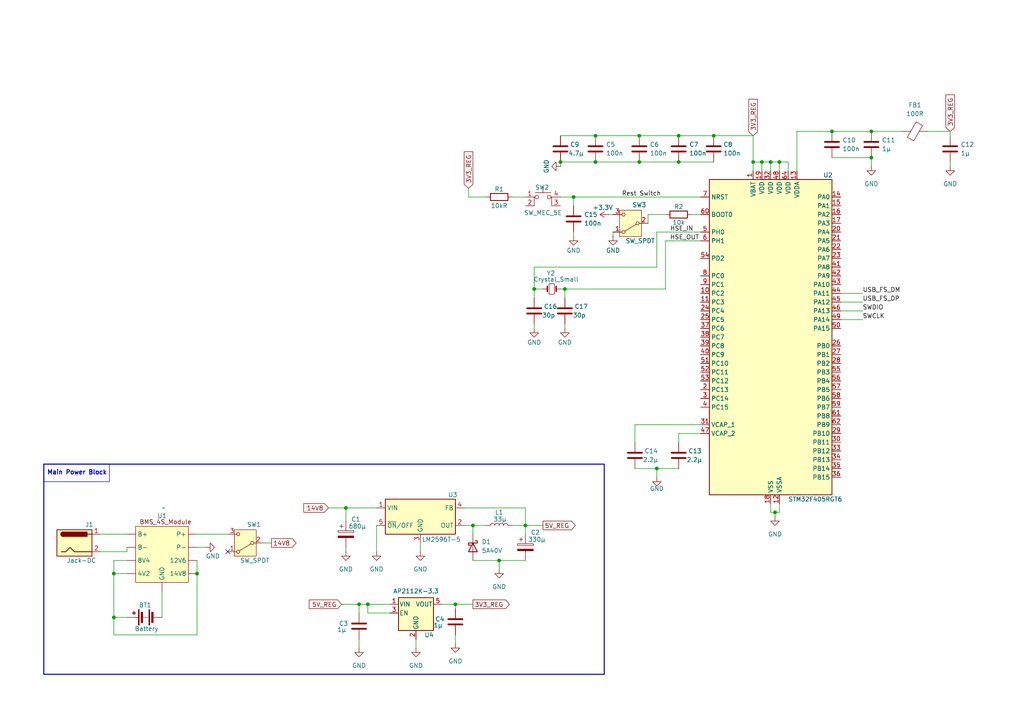
<source format=kicad_sch>
(kicad_sch (version 20250114) (generator "eeschema") (generator_version "9.0")
  (paper "A4")
  (lib_symbols
    (symbol "Connector:Jack-DC" (pin_names (offset 1.016))
      (property "Reference" "J" (at 0 5.334 0))
      (property "Value" "Jack-DC" (at 0 -5.08 0))
      (symbol "Jack-DC_0_1"
        (rectangle (start -5.08 3.81) (end 5.08 -3.81) (stroke (width 0.254)) (fill (type background)))
        (polyline (pts (xy -3.81 -2.54) (xy -2.54 -2.54) (xy -1.27 -1.27) (xy 0 -2.54) (xy 2.54 -2.54) (xy 5.08 -2.54)) (stroke (width 0.254)))
        (arc (start -3.302 1.905) (mid -3.9343 2.54) (end -3.302 3.175) (stroke (width 0.254)))
        (arc (start -3.302 1.905) (mid -3.9343 2.54) (end -3.302 3.175) (stroke (width 0.254)) (fill (type outline)))
        (rectangle (start 3.683 3.175) (end -3.302 1.905) (stroke (width 0.254)) (fill (type outline)))
        (polyline (pts (xy 5.08 2.54) (xy 3.81 2.54)) (stroke (width 0.254)))
      )
      (symbol "Jack-DC_1_1"
        (pin passive line (at 7.62 2.54 180) (length 2.54) (name "~") (number "1"))
        (pin passive line (at 7.62 -2.54 180) (length 2.54) (name "~") (number "2"))
      )
    )
    (symbol "Device:Battery" (pin_numbers (hide yes)) (pin_names (offset 0) (hide yes))
      (property "Reference" "BT" (at 2.54 2.54 0))
      (property "Value" "Battery" (at 2.54 0 0))
      (symbol "Battery_0_1"
        (rectangle (start -2.286 1.778) (end 2.286 1.524) (fill (type outline)))
        (rectangle (start -2.286 -1.27) (end 2.286 -1.524) (fill (type outline)))
        (rectangle (start -1.524 1.016) (end 1.524 0.508) (fill (type outline)))
        (rectangle (start -1.524 -2.032) (end 1.524 -2.54) (fill (type outline)))
        (polyline (pts (xy 0 1.778) (xy 0 2.54)))
        (polyline (pts (xy 0 0) (xy 0 0.254)))
        (polyline (pts (xy 0 -0.508) (xy 0 -0.254)))
        (polyline (pts (xy 0 -1.016) (xy 0 -0.762)))
        (polyline (pts (xy 0.762 3.048) (xy 1.778 3.048)) (stroke (width 0.254)))
        (polyline (pts (xy 1.27 3.556) (xy 1.27 2.54)) (stroke (width 0.254)))
      )
      (symbol "Battery_1_1"
        (pin passive line (at 0 5.08 270) (length 2.54) (name "+") (number "1"))
        (pin passive line (at 0 -5.08 90) (length 2.54) (name "-") (number "2"))
      )
    )
    (symbol "Device:C" (pin_numbers (hide yes)) (pin_names (offset 0.254))
      (property "Reference" "C" (at 0.635 2.54 0))
      (property "Value" "C" (at 0.635 -2.54 0))
      (symbol "C_0_1"
        (polyline (pts (xy -2.032 0.762) (xy 2.032 0.762)) (stroke (width 0.508)))
        (polyline (pts (xy -2.032 -0.762) (xy 2.032 -0.762)) (stroke (width 0.508)))
      )
      (symbol "C_1_1"
        (pin passive line (at 0 3.81 270) (length 2.794) (name "~") (number "1"))
        (pin passive line (at 0 -3.81 90) (length 2.794) (name "~") (number "2"))
      )
    )
    (symbol "Device:C_Polarized" (pin_numbers (hide yes)) (pin_names (offset 0.254))
      (property "Reference" "C" (at 0.635 2.54 0))
      (property "Value" "C_Polarized" (at 0.635 -2.54 0))
      (symbol "C_Polarized_0_1"
        (rectangle (start -2.286 0.508) (end 2.286 1.016))
        (polyline (pts (xy -1.778 2.286) (xy -0.762 2.286)))
        (polyline (pts (xy -1.27 2.794) (xy -1.27 1.778)))
        (rectangle (start 2.286 -0.508) (end -2.286 -1.016) (fill (type outline)))
      )
      (symbol "C_Polarized_1_1"
        (pin passive line (at 0 3.81 270) (length 2.794) (name "~") (number "1"))
        (pin passive line (at 0 -3.81 90) (length 2.794) (name "~") (number "2"))
      )
    )
    (symbol "Device:Crystal_Small" (pin_numbers (hide yes)) (pin_names (offset 1.016) (hide yes))
      (property "Reference" "Y" (at 0 2.54 0))
      (property "Value" "Crystal_Small" (at 0 -2.54 0))
      (symbol "Crystal_Small_0_1"
        (polyline (pts (xy -1.27 -0.762) (xy -1.27 0.762)) (stroke (width 0.381)))
        (rectangle (start -0.762 -1.524) (end 0.762 1.524))
        (polyline (pts (xy 1.27 -0.762) (xy 1.27 0.762)) (stroke (width 0.381)))
      )
      (symbol "Crystal_Small_1_1"
        (pin passive line (at -2.54 0 0) (length 1.27) (name "1") (number "1"))
        (pin passive line (at 2.54 0 180) (length 1.27) (name "2") (number "2"))
      )
    )
    (symbol "Device:D_Schottky" (pin_numbers (hide yes)) (pin_names (offset 1.016) (hide yes))
      (property "Reference" "D" (at 0 2.54 0))
      (property "Value" "D_Schottky" (at 0 -2.54 0))
      (symbol "D_Schottky_0_1"
        (polyline (pts (xy -1.905 0.635) (xy -1.905 1.27) (xy -1.27 1.27) (xy -1.27 -1.27) (xy -0.635 -1.27) (xy -0.635 -0.635)) (stroke (width 0.254)))
        (polyline (pts (xy 1.27 1.27) (xy 1.27 -1.27) (xy -1.27 0) (xy 1.27 1.27)) (stroke (width 0.254)))
        (polyline (pts (xy 1.27 0) (xy -1.27 0)))
      )
      (symbol "D_Schottky_1_1"
        (pin passive line (at -3.81 0 0) (length 2.54) (name "K") (number "1"))
        (pin passive line (at 3.81 0 180) (length 2.54) (name "A") (number "2"))
      )
    )
    (symbol "Device:FerriteBead" (pin_numbers (hide yes)) (pin_names (offset 0))
      (property "Reference" "FB" (at -3.81 0.635 90))
      (property "Value" "FerriteBead" (at 3.81 0 90))
      (symbol "FerriteBead_0_1"
        (polyline (pts (xy -2.7686 0.4064) (xy -1.7018 2.2606) (xy 2.7686 -0.3048) (xy 1.6764 -2.159) (xy -2.7686 0.4064)))
        (polyline (pts (xy 0 1.27) (xy 0 1.2954)))
        (polyline (pts (xy 0 -1.27) (xy 0 -1.2192)))
      )
      (symbol "FerriteBead_1_1"
        (pin passive line (at 0 3.81 270) (length 2.54) (name "~") (number "1"))
        (pin passive line (at 0 -3.81 90) (length 2.54) (name "~") (number "2"))
      )
    )
    (symbol "Device:L" (pin_numbers (hide yes)) (pin_names (offset 1.016) (hide yes))
      (property "Reference" "L" (at -1.27 0 90))
      (property "Value" "L" (at 1.905 0 90))
      (symbol "L_0_1"
        (arc (start 0 2.54) (mid 0.6323 1.905) (end 0 1.27))
        (arc (start 0 1.27) (mid 0.6323 0.635) (end 0 0))
        (arc (start 0 0) (mid 0.6323 -0.635) (end 0 -1.27))
        (arc (start 0 -1.27) (mid 0.6323 -1.905) (end 0 -2.54))
      )
      (symbol "L_1_1"
        (pin passive line (at 0 3.81 270) (length 1.27) (name "1") (number "1"))
        (pin passive line (at 0 -3.81 90) (length 1.27) (name "2") (number "2"))
      )
    )
    (symbol "Device:R" (pin_numbers (hide yes)) (pin_names (offset 0))
      (property "Reference" "R" (at 2.032 0 90))
      (property "Value" "R" (at 0 0 90))
      (symbol "R_0_1"
        (rectangle (start -1.016 -2.54) (end 1.016 2.54) (stroke (width 0.254)))
      )
      (symbol "R_1_1"
        (pin passive line (at 0 3.81 270) (length 1.27) (name "~") (number "1"))
        (pin passive line (at 0 -3.81 90) (length 1.27) (name "~") (number "2"))
      )
    )
    (symbol "MCU_ST_STM32F4:STM32F405RGTx"
      (property "Reference" "U" (at -17.78 46.99 0))
      (property "Value" "STM32F405RGTx" (at 10.16 46.99 0))
      (symbol "STM32F405RGTx_0_1"
        (rectangle (start -17.78 -45.72) (end 17.78 45.72) (stroke (width 0.254)) (fill (type background)))
      )
      (symbol "STM32F405RGTx_1_1"
        (pin input line (at -20.32 40.64 0) (length 2.54) (name "NRST") (number "7"))
        (pin input line (at -20.32 35.56 0) (length 2.54) (name "BOOT0") (number "60"))
        (pin bidirectional line (at -20.32 30.48 0) (length 2.54) (name "PH0") (number "5"))
        (pin bidirectional line (at -20.32 27.94 0) (length 2.54) (name "PH1") (number "6"))
        (pin bidirectional line (at -20.32 22.86 0) (length 2.54) (name "PD2") (number "54"))
        (pin bidirectional line (at -20.32 17.78 0) (length 2.54) (name "PC0") (number "8"))
        (pin bidirectional line (at -20.32 15.24 0) (length 2.54) (name "PC1") (number "9"))
        (pin bidirectional line (at -20.32 12.7 0) (length 2.54) (name "PC2") (number "10"))
        (pin bidirectional line (at -20.32 10.16 0) (length 2.54) (name "PC3") (number "11"))
        (pin bidirectional line (at -20.32 7.62 0) (length 2.54) (name "PC4") (number "24"))
        (pin bidirectional line (at -20.32 5.08 0) (length 2.54) (name "PC5") (number "25"))
        (pin bidirectional line (at -20.32 2.54 0) (length 2.54) (name "PC6") (number "37"))
        (pin bidirectional line (at -20.32 0 0) (length 2.54) (name "PC7") (number "38"))
        (pin bidirectional line (at -20.32 -2.54 0) (length 2.54) (name "PC8") (number "39"))
        (pin bidirectional line (at -20.32 -5.08 0) (length 2.54) (name "PC9") (number "40"))
        (pin bidirectional line (at -20.32 -7.62 0) (length 2.54) (name "PC10") (number "51"))
        (pin bidirectional line (at -20.32 -10.16 0) (length 2.54) (name "PC11") (number "52"))
        (pin bidirectional line (at -20.32 -12.7 0) (length 2.54) (name "PC12") (number "53"))
        (pin bidirectional line (at -20.32 -15.24 0) (length 2.54) (name "PC13") (number "2"))
        (pin bidirectional line (at -20.32 -17.78 0) (length 2.54) (name "PC14") (number "3"))
        (pin bidirectional line (at -20.32 -20.32 0) (length 2.54) (name "PC15") (number "4"))
        (pin power_out line (at -20.32 -25.4 0) (length 2.54) (name "VCAP_1") (number "31"))
        (pin power_out line (at -20.32 -27.94 0) (length 2.54) (name "VCAP_2") (number "47"))
        (pin power_in line (at -5.08 48.26 270) (length 2.54) (name "VBAT") (number "1"))
        (pin power_in line (at -2.54 48.26 270) (length 2.54) (name "VDD") (number "19"))
        (pin power_in line (at 0 48.26 270) (length 2.54) (name "VDD") (number "32"))
        (pin power_in line (at 0 -48.26 90) (length 2.54) (name "VSS") (number "18"))
        (pin passive line (at 0 -48.26 90) (length 2.54) (hide yes) (name "VSS") (number "63"))
        (pin power_in line (at 2.54 48.26 270) (length 2.54) (name "VDD") (number "48"))
        (pin power_in line (at 2.54 -48.26 90) (length 2.54) (name "VSSA") (number "12"))
        (pin power_in line (at 5.08 48.26 270) (length 2.54) (name "VDD") (number "64"))
        (pin power_in line (at 7.62 48.26 270) (length 2.54) (name "VDDA") (number "13"))
        (pin bidirectional line (at 20.32 40.64 180) (length 2.54) (name "PA0") (number "14"))
        (pin bidirectional line (at 20.32 38.1 180) (length 2.54) (name "PA1") (number "15"))
        (pin bidirectional line (at 20.32 35.56 180) (length 2.54) (name "PA2") (number "16"))
        (pin bidirectional line (at 20.32 33.02 180) (length 2.54) (name "PA3") (number "17"))
        (pin bidirectional line (at 20.32 30.48 180) (length 2.54) (name "PA4") (number "20"))
        (pin bidirectional line (at 20.32 27.94 180) (length 2.54) (name "PA5") (number "21"))
        (pin bidirectional line (at 20.32 25.4 180) (length 2.54) (name "PA6") (number "22"))
        (pin bidirectional line (at 20.32 22.86 180) (length 2.54) (name "PA7") (number "23"))
        (pin bidirectional line (at 20.32 20.32 180) (length 2.54) (name "PA8") (number "41"))
        (pin bidirectional line (at 20.32 17.78 180) (length 2.54) (name "PA9") (number "42"))
        (pin bidirectional line (at 20.32 15.24 180) (length 2.54) (name "PA10") (number "43"))
        (pin bidirectional line (at 20.32 12.7 180) (length 2.54) (name "PA11") (number "44"))
        (pin bidirectional line (at 20.32 10.16 180) (length 2.54) (name "PA12") (number "45"))
        (pin bidirectional line (at 20.32 7.62 180) (length 2.54) (name "PA13") (number "46"))
        (pin bidirectional line (at 20.32 5.08 180) (length 2.54) (name "PA14") (number "49"))
        (pin bidirectional line (at 20.32 2.54 180) (length 2.54) (name "PA15") (number "50"))
        (pin bidirectional line (at 20.32 -2.54 180) (length 2.54) (name "PB0") (number "26"))
        (pin bidirectional line (at 20.32 -5.08 180) (length 2.54) (name "PB1") (number "27"))
        (pin bidirectional line (at 20.32 -7.62 180) (length 2.54) (name "PB2") (number "28"))
        (pin bidirectional line (at 20.32 -10.16 180) (length 2.54) (name "PB3") (number "55"))
        (pin bidirectional line (at 20.32 -12.7 180) (length 2.54) (name "PB4") (number "56"))
        (pin bidirectional line (at 20.32 -15.24 180) (length 2.54) (name "PB5") (number "57"))
        (pin bidirectional line (at 20.32 -17.78 180) (length 2.54) (name "PB6") (number "58"))
        (pin bidirectional line (at 20.32 -20.32 180) (length 2.54) (name "PB7") (number "59"))
        (pin bidirectional line (at 20.32 -22.86 180) (length 2.54) (name "PB8") (number "61"))
        (pin bidirectional line (at 20.32 -25.4 180) (length 2.54) (name "PB9") (number "62"))
        (pin bidirectional line (at 20.32 -27.94 180) (length 2.54) (name "PB10") (number "29"))
        (pin bidirectional line (at 20.32 -30.48 180) (length 2.54) (name "PB11") (number "30"))
        (pin bidirectional line (at 20.32 -33.02 180) (length 2.54) (name "PB12") (number "33"))
        (pin bidirectional line (at 20.32 -35.56 180) (length 2.54) (name "PB13") (number "34"))
        (pin bidirectional line (at 20.32 -38.1 180) (length 2.54) (name "PB14") (number "35"))
        (pin bidirectional line (at 20.32 -40.64 180) (length 2.54) (name "PB15") (number "36"))
      )
    )
    (symbol "Regulator_Linear:AP2112K-3.3" (pin_names (offset 0.254))
      (property "Reference" "U" (at -5.08 5.715 0))
      (property "Value" "AP2112K-3.3" (at 0 5.715 0))
      (symbol "AP2112K-3.3_0_1"
        (rectangle (start -5.08 4.445) (end 5.08 -5.08) (stroke (width 0.254)) (fill (type background)))
      )
      (symbol "AP2112K-3.3_1_1"
        (pin power_in line (at -7.62 2.54 0) (length 2.54) (name "VIN") (number "1"))
        (pin input line (at -7.62 0 0) (length 2.54) (name "EN") (number "3"))
        (pin power_in line (at 0 -7.62 90) (length 2.54) (name "GND") (number "2"))
        (pin no_connect line (at 5.08 0 180) (length 2.54) (hide yes) (name "NC") (number "4"))
        (pin power_out line (at 7.62 2.54 180) (length 2.54) (name "VOUT") (number "5"))
      )
    )
    (symbol "Regulator_Switching:LM2596T-5"
      (property "Reference" "U" (at -10.16 6.35 0))
      (property "Value" "LM2596T-5" (at 0 6.35 0))
      (symbol "LM2596T-5_0_1"
        (rectangle (start -10.16 5.08) (end 10.16 -5.08) (stroke (width 0.254)) (fill (type background)))
      )
      (symbol "LM2596T-5_1_1"
        (pin power_in line (at -12.7 2.54 0) (length 2.54) (name "VIN") (number "1"))
        (pin input line (at -12.7 -2.54 0) (length 2.54) (name "~{ON}/OFF") (number "5"))
        (pin power_in line (at 0 -7.62 90) (length 2.54) (name "GND") (number "3"))
        (pin input line (at 12.7 2.54 180) (length 2.54) (name "FB") (number "4"))
        (pin output line (at 12.7 -2.54 180) (length 2.54) (name "OUT") (number "2"))
      )
    )
    (symbol "Switch:SW_MEC_5E" (pin_names (offset 1.016) (hide yes))
      (property "Reference" "SW" (at 0.635 5.715 0))
      (property "Value" "SW_MEC_5E" (at 0 -3.175 0))
      (symbol "SW_MEC_5E_0_1"
        (polyline (pts (xy -2.54 0) (xy -2.54 2.54) (xy -2.286 2.54)))
        (polyline (pts (xy -2.286 3.81) (xy 2.286 3.81)))
        (circle (center -1.778 2.54) (radius 0.508))
        (polyline (pts (xy 0 3.81) (xy 0 5.588)))
        (circle (center 1.778 2.54) (radius 0.508))
        (polyline (pts (xy 2.54 0) (xy 2.54 2.54) (xy 2.286 2.54)))
        (pin passive line (at -5.08 2.54 0) (length 2.54) (name "1") (number "1"))
        (pin passive line (at -5.08 0 0) (length 2.54) (name "2") (number "2"))
        (pin passive line (at 5.08 2.54 180) (length 2.54) (name "A") (number "4"))
        (pin passive line (at 5.08 0 180) (length 2.54) (name "K") (number "3"))
      )
    )
    (symbol "Switch:SW_SPDT" (pin_names (offset 0) (hide yes))
      (property "Reference" "SW" (at 0 5.08 0))
      (property "Value" "SW_SPDT" (at 0 -5.08 0))
      (symbol "SW_SPDT_0_1"
        (circle (center -2.032 0) (radius 0.4572))
        (polyline (pts (xy -1.651 0.254) (xy 1.651 2.286)))
        (circle (center 2.032 2.54) (radius 0.4572))
        (circle (center 2.032 -2.54) (radius 0.4572))
      )
      (symbol "SW_SPDT_1_1"
        (rectangle (start -3.175 3.81) (end 3.175 -3.81) (fill (type background)))
        (pin passive line (at -5.08 0 0) (length 2.54) (name "B") (number "2"))
        (pin passive line (at 5.08 2.54 180) (length 2.54) (name "A") (number "1"))
        (pin passive line (at 5.08 -2.54 180) (length 2.54) (name "C") (number "3"))
      )
    )
    (symbol "power:+3.3V" (power) (pin_numbers (hide yes)) (pin_names (offset 0) (hide yes))
      (property "Value" "+3.3V" (at 0 3.556 0))
      (symbol "+3.3V_0_1"
        (polyline (pts (xy -0.762 1.27) (xy 0 2.54)))
        (polyline (pts (xy 0 2.54) (xy 0.762 1.27)))
        (polyline (pts (xy 0 0) (xy 0 2.54)))
      )
      (symbol "+3.3V_1_1"
        (pin power_in line (at 0 0 90) (length 0) (name "~") (number "1"))
      )
    )
    (symbol "power:GND" (power) (pin_numbers (hide yes)) (pin_names (offset 0) (hide yes))
      (property "Value" "GND" (at 0 -3.81 0))
      (symbol "GND_0_1"
        (polyline (pts (xy 0 0) (xy 0 -1.27) (xy 1.27 -1.27) (xy 0 -2.54) (xy -1.27 -1.27) (xy 0 -1.27)))
      )
      (symbol "GND_1_1"
        (pin power_in line (at 0 0 270) (length 0) (name "~") (number "1"))
      )
    )
    (symbol "shopie-hwLibrary:BMS_4S_Module"
      (property "Reference" "U" (at 0 -0.254 0))
      (symbol "BMS_4S_Module_1_1"
        (rectangle (start -7.62 6.096) (end 7.62 -10.16) (fill (type background)))
        (text "BMS_4S_Module\n" (at 1.016 7.366 0) (effects (font (size 1.27 1.27))))
        (pin power_in line (at -10.16 3.81 0) (length 2.54) (name "B+") (number ""))
        (pin power_in line (at -10.16 0 0) (length 2.54) (name "B-") (number ""))
        (pin power_in line (at -10.16 -3.81 0) (length 2.54) (name "8V4") (number ""))
        (pin power_in line (at -10.16 -7.62 0) (length 2.54) (name "4V2") (number ""))
        (pin power_in line (at 0 -12.7 90) (length 2.54) (name "GND") (number ""))
        (pin power_in line (at 10.16 3.81 180) (length 2.54) (name "P+") (number ""))
        (pin power_in line (at 10.16 0 180) (length 2.54) (name "P-") (number ""))
        (pin power_in line (at 10.16 -3.81 180) (length 2.54) (name "12V6") (number ""))
        (pin power_in line (at 10.16 -7.62 180) (length 2.54) (name "14V8") (number ""))
      )
    )
  )
  (rectangle (start 12.7 134.62) (end 31.75 139.7))
  (rectangle (start 12.7 134.62) (end 175.26 195.58) (stroke (width 0.3)))
  (text "Main Power Block" (at 22.352 137.16 0) (effects (font (size 1.27 1.27) (thickness 0.254) (bold yes))))
  (junction (at 104.14 175.26))
  (junction (at 196.85 39.37))
  (junction (at 252.73 38.1))
  (junction (at 224.79 148.59))
  (junction (at 106.68 175.26))
  (junction (at 152.4 152.4))
  (junction (at 154.94 83.82))
  (junction (at 185.42 39.37))
  (junction (at 100.33 147.32))
  (junction (at 163.83 83.82))
  (junction (at 241.3 38.1))
  (junction (at 190.5 135.89))
  (junction (at 166.37 57.15))
  (junction (at 218.44 46.99))
  (junction (at 144.78 162.56))
  (junction (at 220.98 46.99))
  (junction (at 207.01 39.37))
  (junction (at 226.06 46.99))
  (junction (at 33.02 166.37))
  (junction (at 137.16 152.4))
  (junction (at 57.15 166.37))
  (junction (at 185.42 46.99))
  (junction (at 196.85 46.99))
  (junction (at 132.08 175.26))
  (junction (at 172.72 46.99))
  (junction (at 172.72 39.37))
  (junction (at 162.56 46.99))
  (junction (at 252.73 45.72))
  (junction (at 33.02 179.07))
  (junction (at 223.52 46.99))
  (no_connect (at 66.04 160.02))
  (wire (pts (xy 132.08 184.15) (xy 132.08 186.69)))
  (wire (pts (xy 185.42 46.99) (xy 196.85 46.99)))
  (wire (pts (xy 148.59 57.15) (xy 152.4 57.15)))
  (wire (pts (xy 166.37 57.15) (xy 162.56 57.15)))
  (wire (pts (xy 57.15 158.75) (xy 59.69 158.75)))
  (wire (pts (xy 226.06 46.99) (xy 223.52 46.99)))
  (wire (pts (xy 190.5 135.89) (xy 190.5 138.43)))
  (wire (pts (xy 252.73 45.72) (xy 252.73 48.26)))
  (wire (pts (xy 128.27 175.26) (xy 132.08 175.26)))
  (wire (pts (xy 193.04 83.82) (xy 163.83 83.82)))
  (wire (pts (xy 196.85 125.73) (xy 196.85 128.27)))
  (wire (pts (xy 275.59 38.1) (xy 269.24 38.1)))
  (wire (pts (xy 137.16 152.4) (xy 140.97 152.4)))
  (wire (pts (xy 243.84 90.17) (xy 250.19 90.17)))
  (wire (pts (xy 228.6 49.53) (xy 228.6 46.99)))
  (wire (pts (xy 104.14 187.96) (xy 104.14 185.42)))
  (wire (pts (xy 190.5 135.89) (xy 196.85 135.89)))
  (wire (pts (xy 196.85 46.99) (xy 207.01 46.99)))
  (wire (pts (xy 104.14 175.26) (xy 106.68 175.26)))
  (wire (pts (xy 33.02 179.07) (xy 33.02 166.37)))
  (wire (pts (xy 144.78 162.56) (xy 144.78 165.1)))
  (wire (pts (xy 36.83 160.02) (xy 36.83 158.75)))
  (wire (pts (xy 76.2 157.48) (xy 78.74 157.48)))
  (wire (pts (xy 196.85 39.37) (xy 207.01 39.37)))
  (wire (pts (xy 154.94 83.82) (xy 154.94 86.36)))
  (wire (pts (xy 226.06 148.59) (xy 224.79 148.59)))
  (wire (pts (xy 184.15 135.89) (xy 190.5 135.89)))
  (wire (pts (xy 99.06 175.26) (xy 104.14 175.26)))
  (wire (pts (xy 187.96 62.23) (xy 193.04 62.23)))
  (wire (pts (xy 132.08 175.26) (xy 132.08 176.53)))
  (wire (pts (xy 57.15 162.56) (xy 57.15 166.37)))
  (wire (pts (xy 148.59 152.4) (xy 152.4 152.4)))
  (wire (pts (xy 162.56 46.99) (xy 172.72 46.99)))
  (wire (pts (xy 154.94 77.47) (xy 154.94 83.82)))
  (wire (pts (xy 137.16 152.4) (xy 137.16 154.94)))
  (wire (pts (xy 243.84 85.09) (xy 250.19 85.09)))
  (wire (pts (xy 163.83 83.82) (xy 162.56 83.82)))
  (wire (pts (xy 36.83 179.07) (xy 33.02 179.07)))
  (wire (pts (xy 241.3 38.1) (xy 252.73 38.1)))
  (wire (pts (xy 100.33 158.75) (xy 100.33 160.02)))
  (wire (pts (xy 152.4 147.32) (xy 134.62 147.32)))
  (wire (pts (xy 203.2 123.19) (xy 184.15 123.19)))
  (wire (pts (xy 231.14 49.53) (xy 231.14 38.1)))
  (wire (pts (xy 132.08 175.26) (xy 137.16 175.26)))
  (wire (pts (xy 106.68 177.8) (xy 106.68 175.26)))
  (wire (pts (xy 33.02 184.15) (xy 57.15 184.15)))
  (wire (pts (xy 100.33 147.32) (xy 100.33 151.13)))
  (wire (pts (xy 104.14 175.26) (xy 104.14 177.8)))
  (wire (pts (xy 226.06 146.05) (xy 226.06 148.59)))
  (wire (pts (xy 166.37 57.15) (xy 166.37 59.69)))
  (wire (pts (xy 223.52 46.99) (xy 220.98 46.99)))
  (wire (pts (xy 162.56 46.99) (xy 162.56 48.26)))
  (wire (pts (xy 172.72 39.37) (xy 185.42 39.37)))
  (wire (pts (xy 203.2 125.73) (xy 196.85 125.73)))
  (wire (pts (xy 166.37 57.15) (xy 203.2 57.15)))
  (wire (pts (xy 134.62 152.4) (xy 137.16 152.4)))
  (wire (pts (xy 241.3 45.72) (xy 252.73 45.72)))
  (wire (pts (xy 33.02 162.56) (xy 36.83 162.56)))
  (wire (pts (xy 154.94 93.98) (xy 154.94 95.25)))
  (wire (pts (xy 106.68 175.26) (xy 113.03 175.26)))
  (wire (pts (xy 33.02 166.37) (xy 33.02 162.56)))
  (wire (pts (xy 135.89 54.61) (xy 135.89 57.15)))
  (wire (pts (xy 33.02 166.37) (xy 36.83 166.37)))
  (wire (pts (xy 190.5 67.31) (xy 203.2 67.31)))
  (wire (pts (xy 218.44 39.37) (xy 207.01 39.37)))
  (wire (pts (xy 243.84 92.71) (xy 250.19 92.71)))
  (wire (pts (xy 275.59 46.99) (xy 275.59 48.26)))
  (wire (pts (xy 163.83 93.98) (xy 163.83 95.25)))
  (wire (pts (xy 218.44 49.53) (xy 218.44 46.99)))
  (wire (pts (xy 224.79 148.59) (xy 224.79 149.86)))
  (wire (pts (xy 166.37 67.31) (xy 166.37 68.58)))
  (wire (pts (xy 223.52 49.53) (xy 223.52 46.99)))
  (wire (pts (xy 184.15 123.19) (xy 184.15 128.27)))
  (wire (pts (xy 109.22 152.4) (xy 109.22 160.02)))
  (wire (pts (xy 33.02 179.07) (xy 33.02 184.15)))
  (wire (pts (xy 152.4 154.94) (xy 152.4 152.4)))
  (wire (pts (xy 187.96 64.77) (xy 187.96 62.23)))
  (wire (pts (xy 144.78 162.56) (xy 152.4 162.56)))
  (wire (pts (xy 190.5 67.31) (xy 190.5 77.47)))
  (wire (pts (xy 275.59 39.37) (xy 275.59 38.1)))
  (wire (pts (xy 137.16 162.56) (xy 144.78 162.56)))
  (wire (pts (xy 163.83 83.82) (xy 163.83 86.36)))
  (wire (pts (xy 152.4 152.4) (xy 157.48 152.4)))
  (wire (pts (xy 152.4 152.4) (xy 152.4 147.32)))
  (wire (pts (xy 135.89 57.15) (xy 140.97 57.15)))
  (wire (pts (xy 243.84 87.63) (xy 250.19 87.63)))
  (wire (pts (xy 46.99 179.07) (xy 46.99 171.45)))
  (wire (pts (xy 162.56 39.37) (xy 172.72 39.37)))
  (wire (pts (xy 193.04 69.85) (xy 203.2 69.85)))
  (wire (pts (xy 57.15 154.94) (xy 66.04 154.94)))
  (wire (pts (xy 113.03 177.8) (xy 106.68 177.8)))
  (wire (pts (xy 176.53 62.23) (xy 177.8 62.23)))
  (wire (pts (xy 120.65 185.42) (xy 120.65 187.96)))
  (wire (pts (xy 226.06 49.53) (xy 226.06 46.99)))
  (wire (pts (xy 57.15 166.37) (xy 57.15 184.15)))
  (wire (pts (xy 95.25 147.32) (xy 100.33 147.32)))
  (wire (pts (xy 228.6 46.99) (xy 226.06 46.99)))
  (wire (pts (xy 231.14 38.1) (xy 241.3 38.1)))
  (wire (pts (xy 177.8 67.31) (xy 177.8 68.58)))
  (wire (pts (xy 193.04 69.85) (xy 193.04 83.82)))
  (wire (pts (xy 29.21 160.02) (xy 36.83 160.02)))
  (wire (pts (xy 172.72 46.99) (xy 185.42 46.99)))
  (wire (pts (xy 220.98 46.99) (xy 218.44 46.99)))
  (wire (pts (xy 100.33 147.32) (xy 109.22 147.32)))
  (wire (pts (xy 200.66 62.23) (xy 203.2 62.23)))
  (wire (pts (xy 29.21 154.94) (xy 36.83 154.94)))
  (wire (pts (xy 224.79 148.59) (xy 223.52 148.59)))
  (wire (pts (xy 223.52 148.59) (xy 223.52 146.05)))
  (wire (pts (xy 154.94 83.82) (xy 157.48 83.82)))
  (wire (pts (xy 121.92 157.48) (xy 121.92 160.02)))
  (wire (pts (xy 220.98 49.53) (xy 220.98 46.99)))
  (wire (pts (xy 218.44 46.99) (xy 218.44 39.37)))
  (wire (pts (xy 185.42 39.37) (xy 196.85 39.37)))
  (wire (pts (xy 190.5 77.47) (xy 154.94 77.47)))
  (wire (pts (xy 252.73 38.1) (xy 261.62 38.1)))
  (label "SWDIO" (at 250.19 90.17 0))
  (label "HSE_IN" (at 194.31 67.31 0))
  (label "HSE_OUT" (at 194.31 69.85 0))
  (label "Rest Switch" (at 180.34 57.15 0))
  (label "USB_FS_DP" (at 250.19 87.63 0))
  (label "USB_FS_DM" (at 250.19 85.09 0))
  (label "SWCLK" (at 250.19 92.71 0))
  (global_label "5V_REG" (shape output) (at 157.48 152.4 0) (property "Intersheetrefs" "${INTERSHEET_REFS}" (effects (hide yes))))
  (global_label "3V3_REG" (shape input) (at 135.89 54.61 90) (property "Intersheetrefs" "${INTERSHEET_REFS}" (effects (hide yes))))
  (global_label "5V_REG" (shape input) (at 99.06 175.26 180) (property "Intersheetrefs" "${INTERSHEET_REFS}" (effects (hide yes))))
  (global_label "14V8" (shape input) (at 95.25 147.32 180) (property "Intersheetrefs" "${INTERSHEET_REFS}" (effects (hide yes))))
  (global_label "3V3_REG" (shape input) (at 275.59 38.1 90) (property "Intersheetrefs" "${INTERSHEET_REFS}" (effects (hide yes))))
  (global_label "3V3_REG" (shape output) (at 137.16 175.26 0) (property "Intersheetrefs" "${INTERSHEET_REFS}" (effects (hide yes))))
  (global_label "3V3_REG" (shape input) (at 218.44 39.37 90) (property "Intersheetrefs" "${INTERSHEET_REFS}" (effects (hide yes))))
  (global_label "14V8" (shape output) (at 78.74 157.48 0) (property "Intersheetrefs" "${INTERSHEET_REFS}" (effects (hide yes))))
  (symbol (lib_id "Device:D_Schottky") (at 137.16 158.75 270) (unit 1)
    (property "Reference" "D1" (at 139.7 157.1624 90) (effects (justify left)))
    (property "Value" "5A40V" (at 139.7 159.7024 90) (effects (justify left)))
    (property "Description" "Schottky diode" (effects (hide yes)))
  )
  (symbol (lib_id "power:GND") (at 100.33 160.02 0) (unit 1)
    (property "Reference" "#PWR02" (effects (hide yes)))
    (property "Value" "GND" (at 100.33 165.1 0))
    (property "Description" "Power symbol creates a global label with name \"GND\" , ground" (effects (hide yes)))
  )
  (symbol (lib_id "power:GND") (at 59.69 158.75 90) (unit 1)
    (property "Reference" "#PWR03" (effects (hide yes)))
    (property "Value" "GND" (at 59.69 161.29 90) (effects (justify right)))
    (property "Description" "Power symbol creates a global label with name \"GND\" , ground" (effects (hide yes)))
  )
  (symbol (lib_id "Switch:SW_MEC_5E") (at 157.48 59.69 0) (unit 1)
    (property "Reference" "SW2" (at 157.226 54.356 0))
    (property "Value" "SW_MEC_5E" (at 157.48 61.722 0))
    (property "Datasheet" "http://www.apem.com/int/index.php?controller=attachment&id_attachment=1371" (effects (hide yes)))
    (property "Description" "MEC 5E single pole normally-open tactile switch" (effects (hide yes)))
  )
  (symbol (lib_id "Device:C") (at 184.15 132.08 0) (unit 1)
    (property "Reference" "C14" (at 186.944 130.81 0) (effects (justify left)))
    (property "Value" "2.2µ" (at 186.436 133.35 0) (effects (justify left)))
    (property "Description" "CL21B225KAFNNNE" (effects (hide yes)))
  )
  (symbol (lib_id "power:GND") (at 144.78 165.1 0) (unit 1)
    (property "Reference" "#PWR04" (effects (hide yes)))
    (property "Value" "GND" (at 144.78 170.18 0))
    (property "Description" "Power symbol creates a global label with name \"GND\" , ground" (effects (hide yes)))
  )
  (symbol (lib_id "Device:C") (at 132.08 180.34 0) (unit 1)
    (property "Reference" "C4" (at 126.238 179.578 0) (effects (justify left)))
    (property "Value" "1µ" (at 125.73 181.356 0) (effects (justify left)))
    (property "Description" "CL10B105KA8NNNC" (effects (hide yes)))
  )
  (symbol (lib_id "power:GND") (at 132.08 186.69 0) (unit 1)
    (property "Reference" "#PWR07" (effects (hide yes)))
    (property "Value" "GND" (at 132.08 191.77 0))
    (property "Description" "Power symbol creates a global label with name \"GND\" , ground" (effects (hide yes)))
  )
  (symbol (lib_id "Device:C") (at 166.37 63.5 0) (unit 1)
    (property "Reference" "C15" (at 169.418 62.23 0) (effects (justify left)))
    (property "Value" "100n" (at 169.418 64.77 0) (effects (justify left)))
    (property "Description" "CL21B104KBCNNNC" (effects (hide yes)))
  )
  (symbol (lib_id "power:GND") (at 166.37 68.58 0) (unit 1)
    (property "Reference" "#PWR014" (effects (hide yes)))
    (property "Value" "GND" (at 166.37 72.644 0))
    (property "Description" "Power symbol creates a global label with name \"GND\" , ground" (effects (hide yes)))
  )
  (symbol (lib_id "power:GND") (at 163.83 95.25 0) (unit 1)
    (property "Reference" "#PWR018" (effects (hide yes)))
    (property "Value" "GND" (at 163.83 99.314 0))
    (property "Description" "Power symbol creates a global label with name \"GND\" , ground" (effects (hide yes)))
  )
  (symbol (lib_id "power:GND") (at 120.65 187.96 0) (unit 1)
    (property "Reference" "#PWR06" (effects (hide yes)))
    (property "Value" "GND" (at 120.65 193.04 0))
    (property "Description" "Power symbol creates a global label with name \"GND\" , ground" (effects (hide yes)))
  )
  (symbol (lib_id "Device:C") (at 104.14 181.61 0) (unit 1)
    (property "Reference" "C3" (at 98.298 180.848 0) (effects (justify left)))
    (property "Value" "1µ" (at 97.79 182.626 0) (effects (justify left)))
    (property "Description" "CL10B105KA8NNNC" (effects (hide yes)))
  )
  (symbol (lib_id "power:GND") (at 154.94 95.25 0) (unit 1)
    (property "Reference" "#PWR017" (effects (hide yes)))
    (property "Value" "GND" (at 154.94 99.314 0))
    (property "Description" "Power symbol creates a global label with name \"GND\" , ground" (effects (hide yes)))
  )
  (symbol (lib_id "Device:FerriteBead") (at 265.43 38.1 90) (unit 1)
    (property "Reference" "FB1" (at 265.3792 30.48 90))
    (property "Value" "100R" (at 265.3792 33.02 90))
    (property "Description" "BPH853025R5-101T" (effects (hide yes)))
  )
  (symbol (lib_id "power:GND") (at 104.14 187.96 0) (unit 1)
    (property "Reference" "#PWR05" (effects (hide yes)))
    (property "Value" "GND" (at 104.14 193.04 0))
    (property "Description" "Power symbol creates a global label with name \"GND\" , ground" (effects (hide yes)))
  )
  (symbol (lib_id "Device:C") (at 172.72 43.18 0) (unit 1)
    (property "Reference" "C5" (at 175.768 41.91 0) (effects (justify left)))
    (property "Value" "100n" (at 175.768 44.45 0) (effects (justify left)))
    (property "Description" "CL21B104KBCNNNC" (effects (hide yes)))
  )
  (symbol (lib_id "Device:C") (at 162.56 43.18 0) (unit 1)
    (property "Reference" "C9" (at 165.354 41.91 0) (effects (justify left)))
    (property "Value" "4.7µ" (at 164.846 44.45 0) (effects (justify left)))
    (property "Description" "CL31B475KBHNNNE" (effects (hide yes)))
  )
  (symbol (lib_id "power:GND") (at 224.79 149.86 0) (unit 1)
    (property "Reference" "#PWR012" (effects (hide yes)))
    (property "Value" "GND" (at 224.79 154.94 0))
    (property "Description" "Power symbol creates a global label with name \"GND\" , ground" (effects (hide yes)))
  )
  (symbol (lib_id "power:GND") (at 275.59 48.26 0) (unit 1)
    (property "Reference" "#PWR011" (effects (hide yes)))
    (property "Value" "GND" (at 275.59 53.34 0))
    (property "Description" "Power symbol creates a global label with name \"GND\" , ground" (effects (hide yes)))
  )
  (symbol (lib_id "Device:C") (at 185.42 43.18 0) (unit 1)
    (property "Reference" "C6" (at 188.468 41.91 0) (effects (justify left)))
    (property "Value" "100n" (at 188.468 44.45 0) (effects (justify left)))
    (property "Description" "CL21B104KBCNNNC" (effects (hide yes)))
  )
  (symbol (lib_id "Device:C_Polarized") (at 152.4 158.75 0) (unit 1)
    (property "Reference" "C2" (at 153.924 154.432 0) (effects (justify left)))
    (property "Value" "330µ" (at 153.162 156.464 0) (effects (justify left)))
    (property "Description" "EEUFS1V331L" (effects (hide yes)))
  )
  (symbol (lib_id "shopie-hwLibrary:BMS_4S_Module") (at 46.99 158.75 0) (unit 1)
    (property "Reference" "U1" (at 46.99 149.606 0))
    (property "Value" "~" (at 47.498 147.32 0))
  )
  (symbol (lib_id "Regulator_Linear:AP2112K-3.3") (at 120.65 177.8 0) (unit 1)
    (property "Reference" "U4" (at 124.46 184.15 0))
    (property "Value" "AP2112K-3.3" (at 120.65 171.45 0))
    (property "Footprint" "Package_TO_SOT_SMD:SOT-23-5" (effects (hide yes)))
    (property "Datasheet" "https://www.diodes.com/assets/Datasheets/AP2112.pdf" (effects (hide yes)))
    (property "Description" "600mA low dropout linear regulator, with enable pin, 3.8V-6V input voltage range, 3.3V fixed positive output, SOT-23-5" (effects (hide yes)))
  )
  (symbol (lib_id "power:GND") (at 252.73 48.26 0) (unit 1)
    (property "Reference" "#PWR010" (effects (hide yes)))
    (property "Value" "GND" (at 252.73 53.34 0))
    (property "Description" "Power symbol creates a global label with name \"GND\" , ground" (effects (hide yes)))
  )
  (symbol (lib_id "Device:C") (at 241.3 41.91 0) (unit 1)
    (property "Reference" "C10" (at 244.348 40.64 0) (effects (justify left)))
    (property "Value" "100n" (at 244.348 43.18 0) (effects (justify left)))
    (property "Description" "CL21B104KBCNNNC" (effects (hide yes)))
  )
  (symbol (lib_id "power:GND") (at 177.8 68.58 0) (unit 1)
    (property "Reference" "#PWR015" (effects (hide yes)))
    (property "Value" "GND" (at 177.8 72.644 0))
    (property "Description" "Power symbol creates a global label with name \"GND\" , ground" (effects (hide yes)))
  )
  (symbol (lib_id "power:GND") (at 162.56 48.26 270) (unit 1)
    (property "Reference" "#PWR09" (effects (hide yes)))
    (property "Value" "GND" (at 158.496 48.26 0))
    (property "Description" "Power symbol creates a global label with name \"GND\" , ground" (effects (hide yes)))
  )
  (symbol (lib_id "Device:R") (at 196.85 62.23 90) (unit 1)
    (property "Reference" "R2" (at 196.85 59.944 90))
    (property "Value" "10k" (at 196.85 64.516 90))
    (property "Description" "Resistor" (effects (hide yes)))
  )
  (symbol (lib_id "Device:C") (at 196.85 43.18 0) (unit 1)
    (property "Reference" "C7" (at 199.898 41.91 0) (effects (justify left)))
    (property "Value" "100n" (at 199.898 44.45 0) (effects (justify left)))
    (property "Description" "CL21B104KBCNNNC" (effects (hide yes)))
  )
  (symbol (lib_id "Device:C") (at 252.73 41.91 0) (unit 1)
    (property "Reference" "C11" (at 255.778 40.64 0) (effects (justify left)))
    (property "Value" "1µ" (at 255.778 43.18 0) (effects (justify left)))
    (property "Description" "CL21B105KBFNNNE" (effects (hide yes)))
  )
  (symbol (lib_id "Device:C") (at 196.85 132.08 0) (unit 1)
    (property "Reference" "C13" (at 199.644 130.81 0) (effects (justify left)))
    (property "Value" "2.2µ" (at 199.136 133.35 0) (effects (justify left)))
    (property "Description" "CL21B225KAFNNNE" (effects (hide yes)))
  )
  (symbol (lib_id "power:GND") (at 190.5 138.43 0) (unit 1)
    (property "Reference" "#PWR013" (effects (hide yes)))
    (property "Value" "GND" (at 190.5 141.732 0))
    (property "Description" "Power symbol creates a global label with name \"GND\" , ground" (effects (hide yes)))
  )
  (symbol (lib_id "Connector:Jack-DC") (at 21.59 157.48 0) (unit 1)
    (property "Reference" "J1" (at 25.908 152.146 0))
    (property "Value" "Jack-DC" (at 23.622 162.56 0))
    (property "Description" "DC Barrel Jack" (effects (hide yes)))
  )
  (symbol (lib_id "power:GND") (at 121.92 160.02 0) (unit 1)
    (property "Reference" "#PWR01" (effects (hide yes)))
    (property "Value" "GND" (at 121.92 165.1 0))
    (property "Description" "Power symbol creates a global label with name \"GND\" , ground" (effects (hide yes)))
  )
  (symbol (lib_id "Device:C") (at 207.01 43.18 0) (unit 1)
    (property "Reference" "C8" (at 209.804 41.91 0) (effects (justify left)))
    (property "Value" "100n" (at 209.804 44.45 0) (effects (justify left)))
    (property "Description" "CL21B104KBCNNNC" (effects (hide yes)))
  )
  (symbol (lib_id "power:+3.3V") (at 176.53 62.23 90) (unit 1)
    (property "Reference" "#PWR016" (effects (hide yes)))
    (property "Value" "+3.3V" (at 177.8 60.198 90) (effects (justify left)))
    (property "Description" "Power symbol creates a global label with name \"+3.3V\"" (effects (hide yes)))
  )
  (symbol (lib_id "Device:C") (at 163.83 90.17 0) (unit 1)
    (property "Reference" "C17" (at 166.624 88.9 0) (effects (justify left)))
    (property "Value" "30p" (at 166.116 91.44 0) (effects (justify left)))
    (property "Description" "CL31B475KBHNNNE" (effects (hide yes)))
  )
  (symbol (lib_id "MCU_ST_STM32F4:STM32F405RGTx") (at 223.52 97.79 0) (unit 1)
    (property "Reference" "U2" (at 238.76 50.8 0) (effects (justify left)))
    (property "Value" "STM32F405RGT6" (at 228.6 144.78 0) (effects (justify left)))
    (property "Footprint" "Package_QFP:LQFP-64_10x10mm_P0.5mm" (effects (hide yes)))
    (property "Datasheet" "https://www.st.com/resource/en/datasheet/stm32f405rg.pdf" (effects (hide yes)))
    (property "Description" "STMicroelectronics Arm Cortex-M4 MCU, 1024KB flash, 192KB RAM, 168 MHz, 1.8-3.6V, 51 GPIO, LQFP64" (effects (hide yes)))
  )
  (symbol (lib_id "Device:C") (at 275.59 43.18 0) (unit 1)
    (property "Reference" "C12" (at 278.638 41.91 0) (effects (justify left)))
    (property "Value" "1µ" (at 278.638 44.45 0) (effects (justify left)))
    (property "Description" "CL21B105KBFNNNE" (effects (hide yes)))
  )
  (symbol (lib_id "Device:R") (at 144.78 57.15 90) (unit 1)
    (property "Reference" "R1" (at 144.78 54.864 90))
    (property "Value" "10kR" (at 144.78 59.69 90))
    (property "Description" "Resistor" (effects (hide yes)))
  )
  (symbol (lib_id "Device:L") (at 144.78 152.4 90) (unit 1)
    (property "Reference" "L1" (at 144.78 148.59 90))
    (property "Value" "33µ" (at 145.034 150.622 90))
    (property "Description" "CYA1040-33UH" (effects (hide yes)))
  )
  (symbol (lib_id "power:GND") (at 109.22 160.02 0) (unit 1)
    (property "Reference" "#PWR08" (effects (hide yes)))
    (property "Value" "GND" (at 109.22 165.1 0))
    (property "Description" "Power symbol creates a global label with name \"GND\" , ground" (effects (hide yes)))
  )
  (symbol (lib_id "Device:C_Polarized") (at 100.33 154.94 0) (unit 1)
    (property "Reference" "C1" (at 101.854 150.622 0) (effects (justify left)))
    (property "Value" "680µ" (at 101.092 152.654 0) (effects (justify left)))
    (property "Description" "NXA50V680M12.5*20 LO" (effects (hide yes)))
  )
  (symbol (lib_id "Switch:SW_SPDT") (at 182.88 64.77 180) (unit 1)
    (property "Reference" "SW3" (at 185.42 59.436 0))
    (property "Value" "SW_SPDT" (at 185.674 69.85 0))
    (property "Description" "Switch, single pole double throw" (effects (hide yes)))
  )
  (symbol (lib_id "Device:Crystal_Small") (at 160.02 83.82 0) (unit 1)
    (property "Reference" "Y2" (at 159.766 79.248 0))
    (property "Value" "Crystal_Small" (at 161.29 81.026 0))
    (property "Description" "Two pin crystal, small symbol" (effects (hide yes)))
  )
  (symbol (lib_id "Switch:SW_SPDT") (at 71.12 157.48 180) (unit 1)
    (property "Reference" "SW1" (at 73.66 152.146 0))
    (property "Value" "SW_SPDT" (at 73.914 162.56 0))
    (property "Description" "Switch, single pole double throw" (effects (hide yes)))
  )
  (symbol (lib_id "Device:C") (at 154.94 90.17 0) (unit 1)
    (property "Reference" "C16" (at 157.734 88.9 0) (effects (justify left)))
    (property "Value" "30p" (at 157.226 91.44 0) (effects (justify left)))
    (property "Description" "CL31B475KBHNNNE" (effects (hide yes)))
  )
  (symbol (lib_id "Regulator_Switching:LM2596T-5") (at 121.92 149.86 0) (unit 1)
    (property "Reference" "U3" (at 131.318 143.51 0))
    (property "Value" "LM2596T-5" (at 128.016 156.464 0))
    (property "Footprint" "Package_TO_SOT_THT:TO-220-5_P3.4x3.7mm_StaggerOdd_Lead3.8mm_Vertical" (effects (hide yes)))
    (property "Datasheet" "http://www.ti.com/lit/ds/symlink/lm2596.pdf" (effects (hide yes)))
    (property "Description" "5V 3A 150kHz Step-Down Voltage Regulator, TO-220" (effects (hide yes)))
  )
  (symbol (lib_id "Device:Battery") (at 41.91 179.07 90) (unit 1)
    (property "Reference" "BT1" (at 43.942 175.514 90) (effects (justify left)))
    (property "Value" "Battery" (at 45.974 182.372 90) (effects (justify left)))
    (property "Description" "Multiple-cell battery" (effects (hide yes)))
  )
)
</source>
